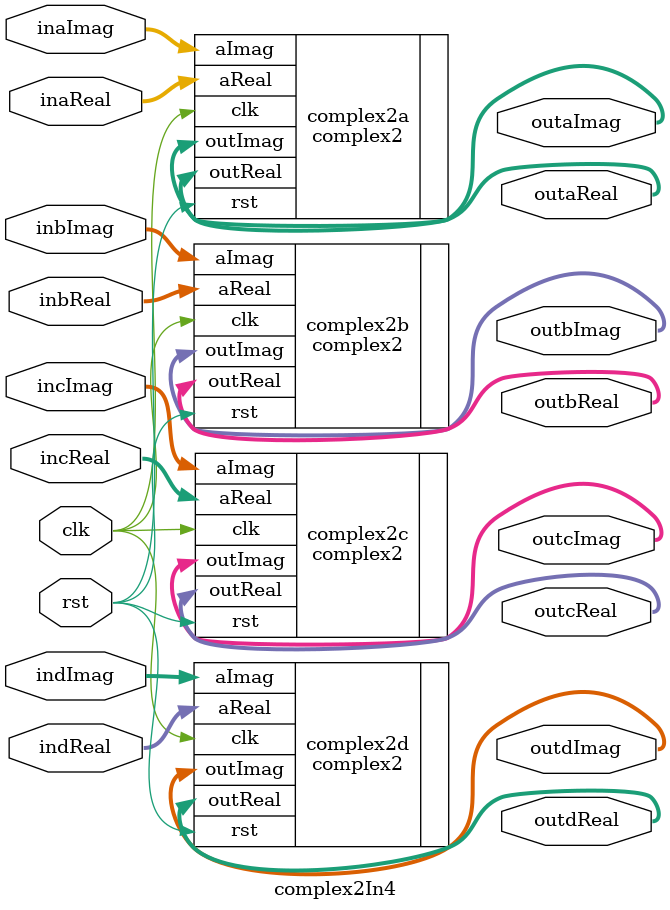
<source format=v>


module complex2In4#(parameter WIDTH = 8)
(
	input clk, 
	input rst,
	input [WIDTH-1:0] inaReal,
	input [WIDTH-1:0] inaImag,
	input [WIDTH-1:0] inbReal,
	input [WIDTH-1:0] inbImag,
	input [WIDTH-1:0] incReal,
	input [WIDTH-1:0] incImag,	
	input [WIDTH-1:0] indReal,
	input [WIDTH-1:0] indImag,
	output [2*WIDTH-1:0] outaReal,
	output [2*WIDTH-1:0] outaImag,
	output [2*WIDTH-1:0] outbReal,
	output [2*WIDTH-1:0] outbImag,
	output [2*WIDTH-1:0] outcReal,
	output [2*WIDTH-1:0] outcImag,
	output [2*WIDTH-1:0] outdReal,
	output [2*WIDTH-1:0] outdImag	
);

complex2#(.WIDTH(8)) complex2a
(
	.clk(clk),
	.rst(rst),
	.aReal(inaReal),
	.aImag(inaImag),
	.outReal(outaReal),
	.outImag(outaImag)
);
complex2#(.WIDTH(8)) complex2b
(
	.clk(clk),
	.rst(rst),
	.aReal(inbReal),
	.aImag(inbImag),
	.outReal(outbReal),
	.outImag(outbImag)
);
complex2#(.WIDTH(8)) complex2c
(
	.clk(clk),
	.rst(rst),
	.aReal(incReal),
	.aImag(incImag),
	.outReal(outcReal),
	.outImag(outcImag)
);
complex2#(.WIDTH(8)) complex2d
(
	.clk(clk),
	.rst(rst),
	.aReal(indReal),
	.aImag(indImag),
	.outReal(outdReal),
	.outImag(outdImag)
);

endmodule
</source>
